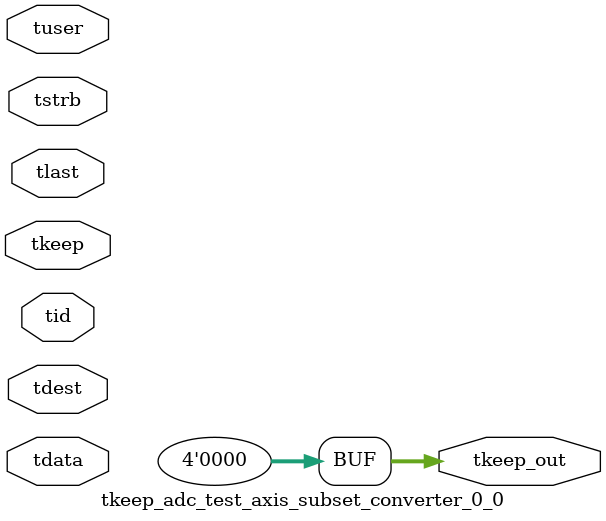
<source format=v>


`timescale 1ps/1ps

module tkeep_adc_test_axis_subset_converter_0_0 #
(
parameter C_S_AXIS_TDATA_WIDTH = 32,
parameter C_S_AXIS_TUSER_WIDTH = 0,
parameter C_S_AXIS_TID_WIDTH   = 0,
parameter C_S_AXIS_TDEST_WIDTH = 0,
parameter C_M_AXIS_TDATA_WIDTH = 32
)
(
input  [(C_S_AXIS_TDATA_WIDTH == 0 ? 1 : C_S_AXIS_TDATA_WIDTH)-1:0     ] tdata,
input  [(C_S_AXIS_TUSER_WIDTH == 0 ? 1 : C_S_AXIS_TUSER_WIDTH)-1:0     ] tuser,
input  [(C_S_AXIS_TID_WIDTH   == 0 ? 1 : C_S_AXIS_TID_WIDTH)-1:0       ] tid,
input  [(C_S_AXIS_TDEST_WIDTH == 0 ? 1 : C_S_AXIS_TDEST_WIDTH)-1:0     ] tdest,
input  [(C_S_AXIS_TDATA_WIDTH/8)-1:0 ] tkeep,
input  [(C_S_AXIS_TDATA_WIDTH/8)-1:0 ] tstrb,
input                                                                    tlast,
output [(C_M_AXIS_TDATA_WIDTH/8)-1:0 ] tkeep_out
);

assign tkeep_out = {1'b0};

endmodule


</source>
